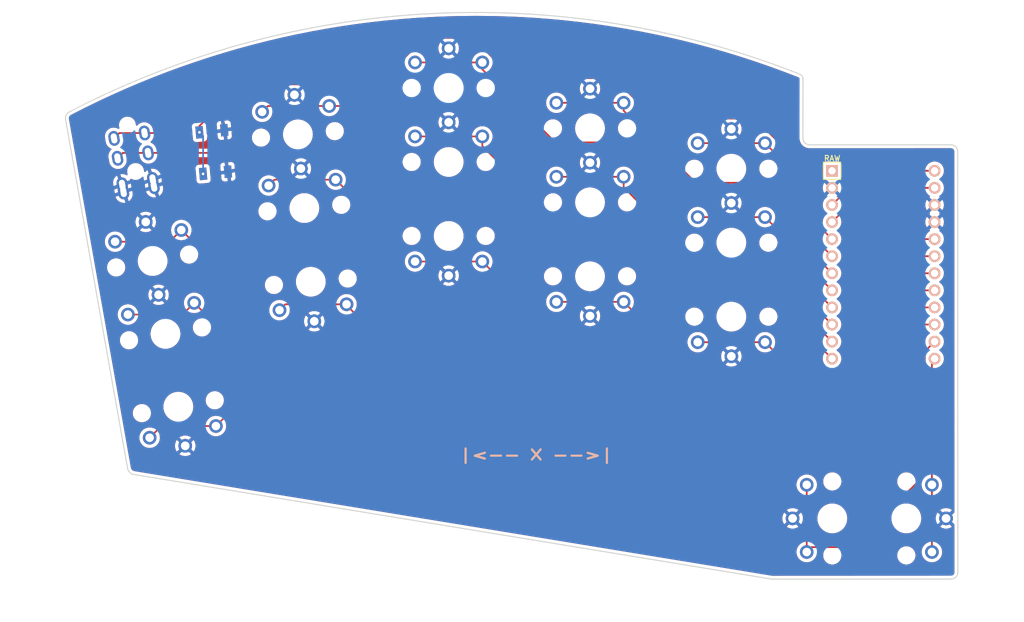
<source format=kicad_pcb>
(kicad_pcb (version 20221231) (generator pcbnew)
  (title_block (title "shoggotwide") (rev "v1.0.0") (company "Unknown"))
  (layers (0 "F.Cu" signal) (31 "B.Cu" signal) (34 "B.Paste" user) (35 "F.Paste" user) (36 "B.SilkS" user "B.Silkscreen") (37 "F.SilkS" user "F.Silkscreen") (38 "B.Mask" user) (39 "F.Mask" user) (44 "Edge.Cuts" user))
  (net 0 "")
  (net 1 "P1")
  (net 2 "GND")
  (net 3 "P8")
  (net 4 "P2")
  (net 5 "P3")
  (net 6 "P4")
  (net 7 "P5")
  (net 8 "P6")
  (net 9 "P7")
  (net 10 "P10")
  (net 11 "P9")
  (net 12 "RAW")
  (net 13 "RST")
  (net 14 "VCC")
  (net 15 "P21")
  (net 16 "P20")
  (net 17 "P19")
  (net 18 "P18")
  (net 19 "P15")
  (net 20 "P14")
  (net 21 "P16")
  (net 22 "P0")
  (footprint "E73:SW_TACT_ALPS_SKQGABE010" (layer "F.Cu") (at 163.576 102.87 95)
    (fp_text reference "B1" hide)
    (fp_text value "" hide)
    (pad "1" smd rect (at -3.1 -1.85 95) (size 1.8 1.1) (layers "F.Cu" "F.Paste" "F.Mask") (net 13 "RST"))
    (pad "1" smd rect (at 3.1 -1.85 95) (size 1.8 1.1) (layers "F.Cu" "F.Paste" "F.Mask") (net 13 "RST"))
    (pad "2" smd rect (at -3.1 1.85 95) (size 1.8 1.1) (layers "F.Cu" "F.Paste" "F.Mask") (net 2 "GND"))
    (pad "2" smd rect (at 3.1 1.85 95) (size 1.8 1.1) (layers "F.Cu" "F.Paste" "F.Mask") (net 2 "GND"))
  )
  (footprint "PG1350" (layer "F.Cu") (at 219.49 99.35)
    (fp_text reference "S12" hide)
    (fp_text value "" hide)
    (pad "" np_thru_hole circle locked (at -5.5 0) (size 1.7018 1.7018) (drill 1.7018) (layers *.Cu *.Mask))
    (pad "" np_thru_hole circle locked (at 0 0) (size 3.429 3.429) (drill 3.429) (layers *.Cu *.Mask))
    (pad "" np_thru_hole circle locked (at 5.5 0) (size 1.7018 1.7018) (drill 1.7018) (layers *.Cu *.Mask))
    (pad "1" thru_hole circle locked (at -5 -3.8) (size 2.032 2.032) (drill 1.27) (layers *.Cu *.Mask) (net 16 "P20"))
    (pad "1" thru_hole circle locked (at 5 -3.8) (size 2.032 2.032) (drill 1.27) (layers *.Cu *.Mask) (net 16 "P20"))
    (pad "2" thru_hole circle locked (at 0 -5.9) (size 2.032 2.032) (drill 1.27) (layers *.Cu *.Mask) (net 2 "GND"))
    (pad "2" thru_hole circle locked (at 0 -5.9) (size 2.032 2.032) (drill 1.27) (layers *.Cu *.Mask) (net 2 "GND"))
  )
  (footprint "PG1350" (layer "F.Cu") (at 240.49 127.35 180)
    (fp_text reference "S13" hide)
    (fp_text value "" hide)
    (pad "" np_thru_hole circle locked (at -5.5 0) (size 1.7018 1.7018) (drill 1.7018) (layers *.Cu *.Mask))
    (pad "" np_thru_hole circle locked (at 0 0) (size 3.429 3.429) (drill 3.429) (layers *.Cu *.Mask))
    (pad "" np_thru_hole circle locked (at 5.5 0) (size 1.7018 1.7018) (drill 1.7018) (layers *.Cu *.Mask))
    (pad "1" thru_hole circle locked (at -5 -3.8) (size 2.032 2.032) (drill 1.27) (layers *.Cu *.Mask) (net 1 "P1"))
    (pad "1" thru_hole circle locked (at 5 -3.8) (size 2.032 2.032) (drill 1.27) (layers *.Cu *.Mask) (net 1 "P1"))
    (pad "2" thru_hole circle locked (at 0 -5.9) (size 2.032 2.032) (drill 1.27) (layers *.Cu *.Mask) (net 2 "GND"))
    (pad "2" thru_hole circle locked (at 0 -5.9) (size 2.032 2.032) (drill 1.27) (layers *.Cu *.Mask) (net 2 "GND"))
  )
  (footprint "E73:SW_TACT_ALPS_SKQGABE010" (layer "F.Cu") (at 163.576 102.87 95)
    (fp_text reference "B2" hide)
    (fp_text value "" hide)
    (pad "1" smd rect (at -3.1 -1.85 95) (size 1.8 1.1) (layers "B.Cu" "B.Paste" "B.Mask") (net 13 "RST"))
    (pad "1" smd rect (at 3.1 -1.85 95) (size 1.8 1.1) (layers "B.Cu" "B.Paste" "B.Mask") (net 13 "RST"))
    (pad "2" smd rect (at -3.1 1.85 95) (size 1.8 1.1) (layers "B.Cu" "B.Paste" "B.Mask") (net 2 "GND"))
    (pad "2" smd rect (at 3.1 1.85 95) (size 1.8 1.1) (layers "B.Cu" "B.Paste" "B.Mask") (net 2 "GND"))
  )
  (footprint "PG1350" (layer "F.Cu") (at 198.49 115.35 180)
    (fp_text reference "S7" hide)
    (fp_text value "" hide)
    (pad "" np_thru_hole circle locked (at -5.5 0) (size 1.7018 1.7018) (drill 1.7018) (layers *.Cu *.Mask))
    (pad "" np_thru_hole circle locked (at 0 0) (size 3.429 3.429) (drill 3.429) (layers *.Cu *.Mask))
    (pad "" np_thru_hole circle locked (at 5.5 0) (size 1.7018 1.7018) (drill 1.7018) (layers *.Cu *.Mask))
    (pad "1" thru_hole circle locked (at -5 -3.8) (size 2.032 2.032) (drill 1.27) (layers *.Cu *.Mask) (net 4 "P2"))
    (pad "1" thru_hole circle locked (at 5 -3.8) (size 2.032 2.032) (drill 1.27) (layers *.Cu *.Mask) (net 4 "P2"))
    (pad "2" thru_hole circle locked (at 0 -5.9) (size 2.032 2.032) (drill 1.27) (layers *.Cu *.Mask) (net 2 "GND"))
    (pad "2" thru_hole circle locked (at 0 -5.9) (size 2.032 2.032) (drill 1.27) (layers *.Cu *.Mask) (net 2 "GND"))
  )
  (footprint "PG1350" (layer "F.Cu") (at 156.412969 129.910337 10)
    (fp_text reference "S2" hide)
    (fp_text value "" hide)
    (pad "" np_thru_hole circle locked (at -5.5 0) (size 1.7018 1.7018) (drill 1.7018) (layers *.Cu *.Mask))
    (pad "" np_thru_hole circle locked (at 0 0) (size 3.429 3.429) (drill 3.429) (layers *.Cu *.Mask))
    (pad "" np_thru_hole circle locked (at 5.5 0) (size 1.7018 1.7018) (drill 1.7018) (layers *.Cu *.Mask))
    (pad "1" thru_hole circle locked (at -5 -3.8) (size 2.032 2.032) (drill 1.27) (layers *.Cu *.Mask) (net 8 "P6"))
    (pad "1" thru_hole circle locked (at 5 -3.8) (size 2.032 2.032) (drill 1.27) (layers *.Cu *.Mask) (net 8 "P6"))
    (pad "2" thru_hole circle locked (at 0 -5.9) (size 2.032 2.032) (drill 1.27) (layers *.Cu *.Mask) (net 2 "GND"))
    (pad "2" thru_hole circle locked (at 0 -5.9) (size 2.032 2.032) (drill 1.27) (layers *.Cu *.Mask) (net 2 "GND"))
  )
  (footprint "PG1350" (layer "F.Cu") (at 154.502839 119.077452 10)
    (fp_text reference "S3" hide)
    (fp_text value "" hide)
    (pad "" np_thru_hole circle locked (at -5.5 0) (size 1.7018 1.7018) (drill 1.7018) (layers *.Cu *.Mask))
    (pad "" np_thru_hole circle locked (at 0 0) (size 3.429 3.429) (drill 3.429) (layers *.Cu *.Mask))
    (pad "" np_thru_hole circle locked (at 5.5 0) (size 1.7018 1.7018) (drill 1.7018) (layers *.Cu *.Mask))
    (pad "1" thru_hole circle locked (at -5 -3.8) (size 2.032 2.032) (drill 1.27) (layers *.Cu *.Mask) (net 7 "P5"))
    (pad "1" thru_hole circle locked (at 5 -3.8) (size 2.032 2.032) (drill 1.27) (layers *.Cu *.Mask) (net 7 "P5"))
    (pad "2" thru_hole circle locked (at 0 -5.9) (size 2.032 2.032) (drill 1.27) (layers *.Cu *.Mask) (net 2 "GND"))
    (pad "2" thru_hole circle locked (at 0 -5.9) (size 2.032 2.032) (drill 1.27) (layers *.Cu *.Mask) (net 2 "GND"))
  )
  (footprint "PG1350" (layer "F.Cu") (at 219.49 110.35)
    (fp_text reference "S11" hide)
    (fp_text value "" hide)
    (pad "" np_thru_hole circle locked (at -5.5 0) (size 1.7018 1.7018) (drill 1.7018) (layers *.Cu *.Mask))
    (pad "" np_thru_hole circle locked (at 0 0) (size 3.429 3.429) (drill 3.429) (layers *.Cu *.Mask))
    (pad "" np_thru_hole circle locked (at 5.5 0) (size 1.7018 1.7018) (drill 1.7018) (layers *.Cu *.Mask))
    (pad "1" thru_hole circle locked (at -5 -3.8) (size 2.032 2.032) (drill 1.27) (layers *.Cu *.Mask) (net 21 "P16"))
    (pad "1" thru_hole circle locked (at 5 -3.8) (size 2.032 2.032) (drill 1.27) (layers *.Cu *.Mask) (net 21 "P16"))
    (pad "2" thru_hole circle locked (at 0 -5.9) (size 2.032 2.032) (drill 1.27) (layers *.Cu *.Mask) (net 2 "GND"))
    (pad "2" thru_hole circle locked (at 0 -5.9) (size 2.032 2.032) (drill 1.27) (layers *.Cu *.Mask) (net 2 "GND"))
  )
  (footprint "PG1350" (layer "F.Cu") (at 158.323099 140.743222 -170)
    (fp_text reference "S1" hide)
    (fp_text value "" hide)
    (pad "" np_thru_hole circle locked (at -5.5 0) (size 1.7018 1.7018) (drill 1.7018) (layers *.Cu *.Mask))
    (pad "" np_thru_hole circle locked (at 0 0) (size 3.429 3.429) (drill 3.429) (layers *.Cu *.Mask))
    (pad "" np_thru_hole circle locked (at 5.5 0) (size 1.7018 1.7018) (drill 1.7018) (layers *.Cu *.Mask))
    (pad "1" thru_hole circle locked (at -5 -3.8) (size 2.032 2.032) (drill 1.27) (layers *.Cu *.Mask) (net 9 "P7"))
    (pad "1" thru_hole circle locked (at 5 -3.8) (size 2.032 2.032) (drill 1.27) (layers *.Cu *.Mask) (net 9 "P7"))
    (pad "2" thru_hole circle locked (at 0 -5.9) (size 2.032 2.032) (drill 1.27) (layers *.Cu *.Mask) (net 2 "GND"))
    (pad "2" thru_hole circle locked (at 0 -5.9) (size 2.032 2.032) (drill 1.27) (layers *.Cu *.Mask) (net 2 "GND"))
  )
  (footprint "PG1350" (layer "F.Cu") (at 176.088264 100.24496 5)
    (fp_text reference "S6" hide)
    (fp_text value "" hide)
    (pad "" np_thru_hole circle locked (at -5.5 0) (size 1.7018 1.7018) (drill 1.7018) (layers *.Cu *.Mask))
    (pad "" np_thru_hole circle locked (at 0 0) (size 3.429 3.429) (drill 3.429) (layers *.Cu *.Mask))
    (pad "" np_thru_hole circle locked (at 5.5 0) (size 1.7018 1.7018) (drill 1.7018) (layers *.Cu *.Mask))
    (pad "1" thru_hole circle locked (at -5 -3.8) (size 2.032 2.032) (drill 1.27) (layers *.Cu *.Mask) (net 18 "P18"))
    (pad "1" thru_hole circle locked (at 5 -3.8) (size 2.032 2.032) (drill 1.27) (layers *.Cu *.Mask) (net 18 "P18"))
    (pad "2" thru_hole circle locked (at 0 -5.9) (size 2.032 2.032) (drill 1.27) (layers *.Cu *.Mask) (net 2 "GND"))
    (pad "2" thru_hole circle locked (at 0 -5.9) (size 2.032 2.032) (drill 1.27) (layers *.Cu *.Mask) (net 2 "GND"))
  )
  (footprint "PG1350" (layer "F.Cu") (at 178.00569 122.161244 -175)
    (fp_text reference "S4" hide)
    (fp_text value "" hide)
    (pad "" np_thru_hole circle locked (at -5.5 0) (size 1.7018 1.7018) (drill 1.7018) (layers *.Cu *.Mask))
    (pad "" np_thru_hole circle locked (at 0 0) (size 3.429 3.429) (drill 3.429) (layers *.Cu *.Mask))
    (pad "" np_thru_hole circle locked (at 5.5 0) (size 1.7018 1.7018) (drill 1.7018) (layers *.Cu *.Mask))
    (pad "1" thru_hole circle locked (at -5 -3.8) (size 2.032 2.032) (drill 1.27) (layers *.Cu *.Mask) (net 6 "P4"))
    (pad "1" thru_hole circle locked (at 5 -3.8) (size 2.032 2.032) (drill 1.27) (layers *.Cu *.Mask) (net 6 "P4"))
    (pad "2" thru_hole circle locked (at 0 -5.9) (size 2.032 2.032) (drill 1.27) (layers *.Cu *.Mask) (net 2 "GND"))
    (pad "2" thru_hole circle locked (at 0 -5.9) (size 2.032 2.032) (drill 1.27) (layers *.Cu *.Mask) (net 2 "GND"))
  )
  (footprint "ProMicro" (layer "F.Cu") (at 263.07 119.63 -90)
    (fp_text reference "MCU1" hide)
    (fp_text value "" hide)
    (fp_text user "RAW" (at -15.8242 7.5946) (layer "F.SilkS") (effects (font (size 0.8 0.8))))
    (fp_line (start -15.24 6.35) (end -15.24 8.89) (stroke (width 0.15)) (layer "F.SilkS"))
    (fp_line (start -15.24 6.35) (end -12.7 6.35) (stroke (width 0.15)) (layer "F.SilkS"))
    (fp_line (start -15.24 8.89) (end -12.7 8.89) (stroke (width 0.15)) (layer "F.SilkS"))
    (fp_line (start -12.7 6.35) (end -12.7 8.89) (stroke (width 0.15)) (layer "F.SilkS"))
    (pad "1" thru_hole rect (at -13.97 7.62 270) (size 1.7526 1.7526) (drill 1.0922) (layers *.Cu *.SilkS *.Mask) (net 12 "RAW"))
    (pad "2" thru_hole circle (at -11.43 7.62) (size 1.7526 1.7526) (drill 1.0922) (layers *.Cu *.SilkS *.Mask) (net 2 "GND"))
    (pad "3" thru_hole circle (at -8.89 7.62) (size 1.7526 1.7526) (drill 1.0922) (layers *.Cu *.SilkS *.Mask) (net 13 "RST"))
    (pad "4" thru_hole circle (at -6.35 7.62) (size 1.7526 1.7526) (drill 1.0922) (layers *.Cu *.SilkS *.Mask) (net 14 "VCC"))
    (pad "5" thru_hole circle (at -3.81 7.62) (size 1.7526 1.7526) (drill 1.0922) (layers *.Cu *.SilkS *.Mask) (net 15 "P21"))
    (pad "6" thru_hole circle (at -1.27 7.62) (size 1.7526 1.7526) (drill 1.0922) (layers *.Cu *.SilkS *.Mask) (net 16 "P20"))
    (pad "7" thru_hole circle (at 1.27 7.62) (size 1.7526 1.7526) (drill 1.0922) (layers *.Cu *.SilkS *.Mask) (net 17 "P19"))
    (pad "8" thru_hole circle (at 3.81 7.62) (size 1.7526 1.7526) (drill 1.0922) (layers *.Cu *.SilkS *.Mask) (net 18 "P18"))
    (pad "9" thru_hole circle (at 6.35 7.62) (size 1.7526 1.7526) (drill 1.0922) (layers *.Cu *.SilkS *.Mask) (net 19 "P15"))
    (pad "10" thru_hole circle (at 8.89 7.62) (size 1.7526 1.7526) (drill 1.0922) (layers *.Cu *.SilkS *.Mask) (net 20 "P14"))
    (pad "11" thru_hole circle (at 11.43 7.62) (size 1.7526 1.7526) (drill 1.0922) (layers *.Cu *.SilkS *.Mask) (net 21 "P16"))
    (pad "12" thru_hole circle (at 13.97 7.62) (size 1.7526 1.7526) (drill 1.0922) (layers *.Cu *.SilkS *.Mask) (net 10 "P10"))
    (pad "13" thru_hole circle (at -13.97 -7.62) (size 1.7526 1.7526) (drill 1.0922) (layers *.Cu *.SilkS *.Mask) (net 1 "P1"))
    (pad "14" thru_hole circle (at -11.43 -7.62) (size 1.7526 1.7526) (drill 1.0922) (layers *.Cu *.SilkS *.Mask) (net 22 "P0"))
    (pad "15" thru_hole circle (at -8.89 -7.62) (size 1.7526 1.7526) (drill 1.0922) (layers *.Cu *.SilkS *.Mask) (net 2 "GND"))
    (pad "16" thru_hole circle (at -6.35 -7.62) (size 1.7526 1.7526) (drill 1.0922) (layers *.Cu *.SilkS *.Mask) (net 2 "GND"))
    (pad "17" thru_hole circle (at -3.81 -7.62) (size 1.7526 1.7526) (drill 1.0922) (layers *.Cu *.SilkS *.Mask) (net 4 "P2"))
    (pad "18" thru_hole circle (at -1.27 -7.62) (size 1.7526 1.7526) (drill 1.0922) (layers *.Cu *.SilkS *.Mask) (net 5 "P3"))
    (pad "19" thru_hole circle (at 1.27 -7.62) (size 1.7526 1.7526) (drill 1.0922) (layers *.Cu *.SilkS *.Mask) (net 6 "P4"))
    (pad "20" thru_hole circle (at 3.81 -7.62) (size 1.7526 1.7526) (drill 1.0922) (layers *.Cu *.SilkS *.Mask) (net 7 "P5"))
    (pad "21" thru_hole circle (at 6.35 -7.62) (size 1.7526 1.7526) (drill 1.0922) (layers *.Cu *.SilkS *.Mask) (net 8 "P6"))
    (pad "22" thru_hole circle (at 8.89 -7.62) (size 1.7526 1.7526) (drill 1.0922) (layers *.Cu *.SilkS *.Mask) (net 9 "P7"))
    (pad "23" thru_hole circle (at 11.43 -7.62) (size 1.7526 1.7526) (drill 1.0922) (layers *.Cu *.SilkS *.Mask) (net 3 "P8"))
    (pad "24" thru_hole circle (at 13.97 -7.62) (size 1.7526 1.7526) (drill 1.0922) (layers *.Cu *.SilkS *.Mask) (net 11 "P9"))
  )
  (footprint "PG1350" (layer "F.Cu") (at 198.49 93.35)
    (fp_text reference "S9" hide)
    (fp_text value "" hide)
    (pad "" np_thru_hole circle locked (at -5.5 0) (size 1.7018 1.7018) (drill 1.7018) (layers *.Cu *.Mask))
    (pad "" np_thru_hole circle locked (at 0 0) (size 3.429 3.429) (drill 3.429) (layers *.Cu *.Mask))
    (pad "" np_thru_hole circle locked (at 5.5 0) (size 1.7018 1.7018) (drill 1.7018) (layers *.Cu *.Mask))
    (pad "1" thru_hole circle locked (at -5 -3.8) (size 2.032 2.032) (drill 1.27) (layers *.Cu *.Mask) (net 17 "P19"))
    (pad "1" thru_hole circle locked (at 5 -3.8) (size 2.032 2.032) (drill 1.27) (layers *.Cu *.Mask) (net 17 "P19"))
    (pad "2" thru_hole circle locked (at 0 -5.9) (size 2.032 2.032) (drill 1.27) (layers *.Cu *.Mask) (net 2 "GND"))
    (pad "2" thru_hole circle locked (at 0 -5.9) (size 2.032 2.032) (drill 1.27) (layers *.Cu *.Mask) (net 2 "GND"))
  )
  (footprint "PG1350" (layer "F.Cu") (at 219.49 121.35 180)
    (fp_text reference "S10" hide)
    (fp_text value "" hide)
    (pad "" np_thru_hole circle locked (at -5.5 0) (size 1.7018 1.7018) (drill 1.7018) (layers *.Cu *.Mask))
    (pad "" np_thru_hole circle locked (at 0 0) (size 3.429 3.429) (drill 3.429) (layers *.Cu *.Mask))
    (pad "" np_thru_hole circle locked (at 5.5 0) (size 1.7018 1.7018) (drill 1.7018) (layers *.Cu *.Mask))
    (pad "1" thru_hole circle locked (at -5 -3.8) (size 2.032 2.032) (drill 1.27) (layers *.Cu *.Mask) (net 22 "P0"))
    (pad "1" thru_hole circle locked (at 5 -3.8) (size 2.032 2.032) (drill 1.27) (layers *.Cu *.Mask) (net 22 "P0"))
    (pad "2" thru_hole circle locked (at 0 -5.9) (size 2.032 2.032) (drill 1.27) (layers *.Cu *.Mask) (net 2 "GND"))
    (pad "2" thru_hole circle locked (at 0 -5.9) (size 2.032 2.032) (drill 1.27) (layers *.Cu *.Mask) (net 2 "GND"))
  )
  (footprint "PG1350" (layer "F.Cu") (at 240.49 105.35)
    (fp_text reference "S15" hide)
    (fp_text value "" hide)
    (pad "" np_thru_hole circle locked (at -5.5 0) (size 1.7018 1.7018) (drill 1.7018) (layers *.Cu *.Mask))
    (pad "" np_thru_hole circle locked (at 0 0) (size 3.429 3.429) (drill 3.429) (layers *.Cu *.Mask))
    (pad "" np_thru_hole circle locked (at 5.5 0) (size 1.7018 1.7018) (drill 1.7018) (layers *.Cu *.Mask))
    (pad "1" thru_hole circle locked (at -5 -3.8) (size 2.032 2.032) (drill 1.27) (layers *.Cu *.Mask) (net 15 "P21"))
    (pad "1" thru_hole circle locked (at 5 -3.8) (size 2.032 2.032) (drill 1.27) (layers *.Cu *.Mask) (net 15 "P21"))
    (pad "2" thru_hole circle locked (at 0 -5.9) (size 2.032 2.032) (drill 1.27) (layers *.Cu *.Mask) (net 2 "GND"))
    (pad "2" thru_hole circle locked (at 0 -5.9) (size 2.032 2.032) (drill 1.27) (layers *.Cu *.Mask) (net 2 "GND"))
  )
  (footprint "PG1350" (layer "F.Cu") (at 266.49 157.35 -90)
    (fp_text reference "S17" hide)
    (fp_text value "" hide)
    (pad "" np_thru_hole circle locked (at -5.5 0) (size 1.7018 1.7018) (drill 1.7018) (layers *.Cu *.Mask))
    (pad "" np_thru_hole circle locked (at 0 0) (size 3.429 3.429) (drill 3.429) (layers *.Cu *.Mask))
    (pad "" np_thru_hole circle locked (at 5.5 0) (size 1.7018 1.7018) (drill 1.7018) (layers *.Cu *.Mask))
    (pad "1" thru_hole circle locked (at -5 -3.8) (size 2.032 2.032) (drill 1.27) (layers *.Cu *.Mask) (net 11 "P9"))
    (pad "1" thru_hole circle locked (at 5 -3.8) (size 2.032 2.032) (drill 1.27) (layers *.Cu *.Mask) (net 11 "P9"))
    (pad "2" thru_hole circle locked (at 0 -5.9) (size 2.032 2.032) (drill 1.27) (layers *.Cu *.Mask) (net 2 "GND"))
    (pad "2" thru_hole circle locked (at 0 -5.9) (size 2.032 2.032) (drill 1.27) (layers *.Cu *.Mask) (net 2 "GND"))
  )
  (footprint "PG1350" (layer "F.Cu") (at 255.49 157.35 90)
    (fp_text reference "S16" hide)
    (fp_text value "" hide)
    (pad "" np_thru_hole circle locked (at -5.5 0) (size 1.7018 1.7018) (drill 1.7018) (layers *.Cu *.Mask))
    (pad "" np_thru_hole circle locked (at 0 0) (size 3.429 3.429) (drill 3.429) (layers *.Cu *.Mask))
    (pad "" np_thru_hole circle locked (at 5.5 0) (size 1.7018 1.7018) (drill 1.7018) (layers *.Cu *.Mask))
    (pad "1" thru_hole circle locked (at -5 -3.8) (size 2.032 2.032) (drill 1.27) (layers *.Cu *.Mask) (net 3 "P8"))
    (pad "1" thru_hole circle locked (at 5 -3.8) (size 2.032 2.032) (drill 1.27) (layers *.Cu *.Mask) (net 3 "P8"))
    (pad "2" thru_hole circle locked (at 0 -5.9) (size 2.032 2.032) (drill 1.27) (layers *.Cu *.Mask) (net 2 "GND"))
    (pad "2" thru_hole circle locked (at 0 -5.9) (size 2.032 2.032) (drill 1.27) (layers *.Cu *.Mask) (net 2 "GND"))
  )
  (footprint "PG1350" (layer "F.Cu") (at 177.046977 111.203102 5)
    (fp_text reference "S5" hide)
    (fp_text value "" hide)
    (pad "" np_thru_hole circle locked (at -5.5 0) (size 1.7018 1.7018) (drill 1.7018) (layers *.Cu *.Mask))
    (pad "" np_thru_hole circle locked (at 0 0) (size 3.429 3.429) (drill 3.429) (layers *.Cu *.Mask))
    (pad "" np_thru_hole circle locked (at 5.5 0) (size 1.7018 1.7018) (drill 1.7018) (layers *.Cu *.Mask))
    (pad "1" thru_hole circle locked (at -5 -3.8) (size 2.032 2.032) (drill 1.27) (layers *.Cu *.Mask) (net 5 "P3"))
    (pad "1" thru_hole circle locked (at 5 -3.8) (size 2.032 2.032) (drill 1.27) (layers *.Cu *.Mask) (net 5 "P3"))
    (pad "2" thru_hole circle locked (at 0 -5.9) (size 2.032 2.032) (drill 1.27) (layers *.Cu *.Mask) (net 2 "GND"))
    (pad "2" thru_hole circle locked (at 0 -5.9) (size 2.032 2.032) (drill 1.27) (layers *.Cu *.Mask) (net 2 "GND"))
  )
  (footprint "PG1350" (layer "F.Cu") (at 198.49 104.35)
    (fp_text reference "S8" hide)
    (fp_text value "" hide)
    (pad "" np_thru_hole circle locked (at -5.5 0) (size 1.7018 1.7018) (drill 1.7018) (layers *.Cu *.Mask))
    (pad "" np_thru_hole circle locked (at 0 0) (size 3.429 3.429) (drill 3.429) (layers *.Cu *.Mask))
    (pad "" np_thru_hole circle locked (at 5.5 0) (size 1.7018 1.7018) (drill 1.7018) (layers *.Cu *.Mask))
    (pad "1" thru_hole circle locked (at -5 -3.8) (size 2.032 2.032) (drill 1.27) (layers *.Cu *.Mask) (net 10 "P10"))
    (pad "1" thru_hole circle locked (at 5 -3.8) (size 2.032 2.032) (drill 1.27) (layers *.Cu *.Mask) (net 10 "P10"))
    (pad "2" thru_hole circle locked (at 0 -5.9) (size 2.032 2.032) (drill 1.27) (layers *.Cu *.Mask) (net 2 "GND"))
    (pad "2" thru_hole circle locked (at 0 -5.9) (size 2.032 2.032) (drill 1.27) (layers *.Cu *.Mask) (net 2 "GND"))
  )
  (footprint "PG1350" (layer "F.Cu") (at 240.49 116.35)
    (fp_text reference "S14" hide)
    (fp_text value "" hide)
    (pad "" np_thru_hole circle locked (at -5.5 0) (size 1.7018 1.7018) (drill 1.7018) (layers *.Cu *.Mask))
    (pad "" np_thru_hole circle locked (at 0 0) (size 3.429 3.429) (drill 3.429) (layers *.Cu *.Mask))
    (pad "" np_thru_hole circle locked (at 5.5 0) (size 1.7018 1.7018) (drill 1.7018) (layers *.Cu *.Mask))
    (pad "1" thru_hole circle locked (at -5 -3.8) (size 2.032 2.032) (drill 1.27) (layers *.Cu *.Mask) (net 20 "P14"))
    (pad "1" thru_hole circle locked (at 5 -3.8) (size 2.032 2.032) (drill 1.27) (layers *.Cu *.Mask) (net 20 "P14"))
    (pad "2" thru_hole circle locked (at 0 -5.9) (size 2.032 2.032) (drill 1.27) (layers *.Cu *.Mask) (net 2 "GND"))
    (pad "2" thru_hole circle locked (at 0 -5.9) (size 2.032 2.032) (drill 1.27) (layers *.Cu *.Mask) (net 2 "GND"))
  )
  (footprint "TRRS-PJ-320A-dual" (layer "F.Cu") (at 152.745034 96.894445 10)
    (fp_text reference "REF**")
    (fp_text value "TRRS-PJ-320A-dual")
    (pad "" np_thru_hole circle locked (at -2.3 1.6) (size 1.5 1.5) (drill 1.5) (layers *.Cu *.Mask))
    (pad "" np_thru_hole circle locked (at -2.3 8.6) (size 1.5 1.5) (drill 1.5) (layers *.Cu *.Mask))
    (pad "1" thru_hole oval locked (at -4.6 11.3 10) (size 1.6 2.2) (drill oval 0.9 1.5) (layers *.Cu *.Mask) (net 2 "GND"))
    (pad "1" thru_hole oval locked (at 0 11.3 10) (size 1.6 2.2) (drill oval 0.9 1.5) (layers *.Cu *.Mask) (net 2 "GND"))
    (pad "2" thru_hole oval locked (at -4.6 10.2 10) (size 1.6 2.2) (drill oval 0.9 1.5) (layers *.Cu *.Mask) (net 2 "GND"))
    (pad "2" thru_hole oval locked (at 0 10.2 10) (size 1.6 2.2) (drill oval 0.9 1.5) (layers *.Cu *.Mask) (net 2 "GND"))
    (pad "3" thru_hole oval locked (at -4.6 6.2 10) (size 1.6 2.2) (drill oval 0.9 1.5) (layers *.Cu *.Mask) (net 19 "P15"))
    (pad "3" thru_hole oval locked (at 0 6.2 10) (size 1.6 2.2) (drill oval 0.9 1.5) (layers *.Cu *.Mask) (net 19 "P15"))
    (pad "4" thru_hole oval locked (at -4.6 3.2 10) (size 1.6 2.2) (drill oval 0.9 1.5) (layers *.Cu *.Mask) (net 14 "VCC"))
    (pad "4" thru_hole oval locked (at 0 3.2 10) (size 1.6 2.2) (drill oval 0.9 1.5) (layers *.Cu *.Mask) (net 14 "VCC"))
  )
  (gr_line (start 141.563502 98.01) (end 150.767107 149.82921) (stroke (width 0.15)) (layer "Edge.Cuts"))
  (gr_arc (start 274.142893 165.37) (mid 273.85 166.077107) (end 273.142893 166.37) (stroke (width 0.15)) (layer "Edge.Cuts"))
  (gr_arc (start 151.767107 150.82921) (mid 151.096317 150.5) (end 150.767107 149.82921) (stroke (width 0.15)) (layer "Edge.Cuts"))
  (gr_line (start 274.142893 165.37) (end 274.122893 102.797107) (stroke (width 0.15)) (layer "Edge.Cuts"))
  (gr_line (start 246.488961 166.382024) (end 151.767107 150.82921) (stroke (width 0.15)) (layer "Edge.Cuts"))
  (gr_arc (start 252.12 101.8) (mid 251.412893 101.507107) (end 251.12 100.8) (stroke (width 0.15)) (layer "Edge.Cuts"))
  (gr_arc (start 142.17 96.88) (mid 195.770425 82.294223) (end 250.59 91.27) (stroke (width 0.15)) (layer "Edge.Cuts"))
  (gr_arc (start 273.122893 101.797107) (mid 273.83 102.09) (end 274.122893 102.797107) (stroke (width 0.15)) (layer "Edge.Cuts"))
  (gr_line (start 273.122893 101.797107) (end 252.12 101.8) (stroke (width 0.15)) (layer "Edge.Cuts"))
  (gr_line (start 246.488961 166.382024) (end 273.142893 166.37) (stroke (width 0.15)) (layer "Edge.Cuts"))
  (gr_line (start 251.12 100.8) (end 251.13 91.98) (stroke (width 0.15)) (layer "Edge.Cuts"))
  (gr_arc (start 141.563502 98.01) (mid 141.68081 97.345201) (end 142.17 96.88) (stroke (width 0.15)) (layer "Edge.Cuts"))
  (gr_arc (start 250.59 91.27) (mid 250.975953 91.53681) (end 251.13 91.98) (stroke (width 0.15)) (layer "Edge.Cuts"))
  (gr_text "|<-- X -->|" (at 211.51 147.9) (layer "B.SilkS") (effects (font (size 1.5 1.934) (thickness 0.3))))
  (gr_text "|<-- X -->|" (at 211.5 147.92) (layer "F.SilkS") (effects (font (size 1.5 1.934) (thickness 0.3))))
  (segment (start 235.49 131.15) (end 245.49 131.15) (width 0.25) (layer "F.Cu") (net 1))
  (segment (start 257.302 135.382) (end 259.842 132.842) (width 0.25) (layer "F.Cu") (net 1))
  (segment (start 245.49 131.15) (end 249.722 135.382) (width 0.25) (layer "F.Cu") (net 1))
  (segment (start 259.842 110.236) (end 264.418 105.66) (width 0.25) (layer "F.Cu") (net 1))
  (segment (start 264.418 105.66) (end 270.69 105.66) (width 0.25) (layer "F.Cu") (net 1))
  (segment (start 249.722 135.382) (end 257.302 135.382) (width 0.25) (layer "F.Cu") (net 1))
  (segment (start 259.842 132.842) (end 259.842 110.236) (width 0.25) (layer "F.Cu") (net 1))
  (segment (start 251.69 162.35) (end 251.69 152.35) (width 0.25) (layer "F.Cu") (net 3))
  (segment (start 270.69 131.06) (end 269.24 132.51) (width 0.25) (layer "F.Cu") (net 3))
  (segment (start 258.491421 161.624579) (end 252.415421 161.624579) (width 0.25) (layer "F.Cu") (net 3))
  (segment (start 252.415421 161.624579) (end 251.69 162.35) (width 0.25) (layer "F.Cu") (net 3))
  (segment (start 267.081 153.035) (end 266.954 153.162) (width 0.25) (layer "F.Cu") (net 3))
  (segment (start 269.24 132.51) (end 269.24 150.876) (width 0.25) (layer "F.Cu") (net 3))
  (segment (start 269.24 150.876) (end 267.081 153.035) (width 0.25) (layer "F.Cu") (net 3))
  (segment (start 267.081 153.035) (end 258.491421 161.624579) (width 0.25) (layer "F.Cu") (net 3))
  (segment (start 203.49 119.15) (end 193.49 119.15) (width 0.25) (layer "F.Cu") (net 4))
  (segment (start 220.62104 136.28104) (end 203.49 119.15) (width 0.25) (layer "F.Cu") (net 4))
  (segment (start 260.74104 133.214394) (end 257.674394 136.28104) (width 0.25) (layer "F.Cu") (net 4))
  (segment (start 257.674394 136.28104) (end 220.62104 136.28104) (width 0.25) (layer "F.Cu") (net 4))
  (segment (start 266.196 115.82) (end 260.74104 121.27496) (width 0.25) (layer "F.Cu") (net 4))
  (segment (start 260.74104 121.27496) (end 260.74104 133.214394) (width 0.25) (layer "F.Cu") (net 4))
  (segment (start 270.69 115.82) (end 266.196 115.82) (width 0.25) (layer "F.Cu") (net 4))
  (segment (start 261.19056 121.461158) (end 261.19056 133.400592) (width 0.25) (layer "F.Cu") (net 5))
  (segment (start 270.69 118.36) (end 264.291718 118.36) (width 0.25) (layer "F.Cu") (net 5))
  (segment (start 172.60637 106.981783) (end 171.734812 107.853341) (width 0.25) (layer "F.Cu") (net 5))
  (segment (start 187.598488 117.240488) (end 187.598488 112.883512) (width 0.25) (layer "F.Cu") (net 5))
  (segment (start 207.08856 136.73056) (end 187.598488 117.240488) (width 0.25) (layer "F.Cu") (net 5))
  (segment (start 257.860592 136.73056) (end 207.08856 136.73056) (width 0.25) (layer "F.Cu") (net 5))
  (segment (start 261.19056 133.400592) (end 257.860592 136.73056) (width 0.25) (layer "F.Cu") (net 5))
  (segment (start 264.291718 118.36) (end 261.19056 121.461158) (width 0.25) (layer "F.Cu") (net 5))
  (segment (start 181.696759 106.981783) (end 172.60637 106.981783) (width 0.25) (layer "F.Cu") (net 5))
  (segment (start 187.598488 112.883512) (end 181.696759 106.981783) (width 0.25) (layer "F.Cu") (net 5))
  (segment (start 194.83808 137.18008) (end 183.317855 125.659855) (width 0.25) (layer "F.Cu") (net 6))
  (segment (start 183.677005 125.511005) (end 183.317855 125.511005) (width 0.25) (layer "F.Cu") (net 6))
  (segment (start 258.046789 137.18008) (end 194.83808 137.18008) (width 0.25) (layer "F.Cu") (net 6))
  (segment (start 270.69 120.9) (end 264.672 120.9) (width 0.25) (layer "F.Cu") (net 6))
  (segment (start 183.317855 125.511005) (end 174.227466 125.511005) (width 0.25) (layer "F.Cu") (net 6))
  (segment (start 261.64008 133.586789) (end 258.046789 137.18008) (width 0.25) (layer "F.Cu") (net 6))
  (segment (start 183.317855 125.659855) (end 183.317855 125.511005) (width 0.25) (layer "F.Cu") (net 6))
  (segment (start 261.64008 123.93192) (end 261.64008 133.586789) (width 0.25) (layer "F.Cu") (net 6))
  (segment (start 264.672 120.9) (end 261.64008 123.93192) (width 0.25) (layer "F.Cu") (net 6))
  (segment (start 174.227466 125.511005) (end 173.355908 126.382563) (width 0.25) (layer "F.Cu") (net 6))
  (segment (start 262.0896 126.492) (end 262.0896 133.772986) (width 0.25) (layer "F.Cu") (net 7))
  (segment (start 181.929673 137.6296) (end 158.767015 114.466942) (width 0.25) (layer "F.Cu") (net 7))
  (segment (start 270.69 123.44) (end 265.1416 123.44) (width 0.25) (layer "F.Cu") (net 7))
  (segment (start 157.030534 116.203423) (end 158.767015 114.466942) (width 0.25) (layer "F.Cu") (net 7))
  (segment (start 258.232986 137.6296) (end 181.929673 137.6296) (width 0.25) (layer "F.Cu") (net 7))
  (segment (start 265.1416 123.44) (end 262.0896 126.492) (width 0.25) (layer "F.Cu") (net 7))
  (segment (start 148.918937 116.203423) (end 157.030534 116.203423) (width 0.25) (layer "F.Cu") (net 7))
  (segment (start 262.0896 133.772986) (end 258.232986 137.6296) (width 0.25) (layer "F.Cu") (net 7))
  (segment (start 173.456438 138.07912) (end 258.419183 138.07912) (width 0.25) (layer "F.Cu") (net 8))
  (segment (start 160.677145 125.299827) (end 173.456438 138.07912) (width 0.25) (layer "F.Cu") (net 8))
  (segment (start 150.829067 127.036308) (end 158.940664 127.036308) (width 0.25) (layer "F.Cu") (net 8))
  (segment (start 262.53912 130.556) (end 267.11512 125.98) (width 0.25) (layer "F.Cu") (net 8))
  (segment (start 258.419183 138.07912) (end 262.53912 133.959183) (width 0.25) (layer "F.Cu") (net 8))
  (segment (start 262.53912 133.959183) (end 262.53912 130.556) (width 0.25) (layer "F.Cu") (net 8))
  (segment (start 158.940664 127.036308) (end 160.677145 125.299827) (width 0.25) (layer "F.Cu") (net 8))
  (segment (start 267.11512 125.98) (end 270.69 125.98) (width 0.25) (layer "F.Cu") (net 8))
  (segment (start 168.995612 138.52864) (end 258.60538 138.52864) (width 0.25) (layer "F.Cu") (net 9))
  (segment (start 262.98864 134.14538) (end 262.98864 130.742198) (width 0.25) (layer "F.Cu") (net 9))
  (segment (start 155.795404 143.617251) (end 163.907001 143.617251) (width 0.25) (layer "F.Cu") (net 9))
  (segment (start 258.60538 138.52864) (end 262.98864 134.14538) (width 0.25) (layer "F.Cu") (net 9))
  (segment (start 265.210838 128.52) (end 270.69 128.52) (width 0.25) (layer "F.Cu") (net 9))
  (segment (start 163.907001 143.617251) (end 168.995612 138.52864) (width 0.25) (layer "F.Cu") (net 9))
  (segment (start 154.058923 145.353732) (end 155.795404 143.617251) (width 0.25) (layer "F.Cu") (net 9))
  (segment (start 262.98864 130.742198) (end 265.210838 128.52) (width 0.25) (layer "F.Cu") (net 9))
  (segment (start 203.49 100.55) (end 193.49 100.55) (width 0.25) (layer "F.Cu") (net 10))
  (segment (start 203.49 100.55) (end 203.49 101.98684) (width 0.25) (layer "F.Cu") (net 10))
  (segment (start 235.017803 119.280512) (end 241.130512 119.280512) (width 0.25) (layer "F.Cu") (net 10))
  (segment (start 241.130512 119.280512) (end 255.45 133.6) (width 0.25) (layer "F.Cu") (net 10))
  (segment (start 214.27916 112.776) (end 228.51329 112.776) (width 0.25) (layer "F.Cu") (net 10))
  (segment (start 203.49 101.98684) (end 214.27916 112.776) (width 0.25) (layer "F.Cu") (net 10))
  (segment (start 228.51329 112.776) (end 235.017803 119.280512) (width 0.25) (layer "F.Cu") (net 10))
  (segment (start 270.29 134) (end 270.69 133.6) (width 0.25) (layer "F.Cu") (net 11))
  (segment (start 270.29 152.35) (end 270.29 134) (width 0.25) (layer "F.Cu") (net 11))
  (segment (start 270.29 162.35) (end 270.29 152.35) (width 0.25) (layer "F.Cu") (net 11))
  (segment (start 162.003223 100.483401) (end 161.462857 99.943035) (width 0.25) (layer "F.Cu") (net 13))
  (segment (start 257.25 104.35) (end 257.25 108.94) (width 0.25) (layer "F.Cu") (net 13))
  (segment (start 243.99 97.9) (end 250.05 103.96) (width 0.25) (layer "F.Cu") (net 13))
  (segment (start 223.03 91.88) (end 229.05 97.9) (width 0.25) (layer "F.Cu") (net 13))
  (segment (start 256.86 103.96) (end 257.25 104.35) (width 0.25) (layer "F.Cu") (net 13))
  (segment (start 167.64 92.81) (end 187.979999 92.81) (width 0.25) (layer "F.Cu") (net 13))
  (segment (start 250.05 103.96) (end 256.86 103.96) (width 0.25) (layer "F.Cu") (net 13))
  (segment (start 208.05 91.88) (end 223.03 91.88) (width 0.25) (layer "F.Cu") (net 13))
  (segment (start 257.25 108.94) (end 255.45 110.74) (width 0.25) (layer "F.Cu") (net 13))
  (segment (start 161.462857 98.987143) (end 167.64 92.81) (width 0.25) (layer "F.Cu") (net 13))
  (segment (start 229.05 97.9) (end 243.99 97.9) (width 0.25) (layer "F.Cu") (net 13))
  (segment (start 187.979999 92.81) (end 194.89 85.9) (width 0.25) (layer "F.Cu") (net 13))
  (segment (start 202.07 85.9) (end 208.05 91.88) (width 0.25) (layer "F.Cu") (net 13))
  (segment (start 194.89 85.9) (end 202.07 85.9) (width 0.25) (layer "F.Cu") (net 13))
  (segment (start 161.462857 99.943035) (end 161.462857 98.987143) (width 0.25) (layer "F.Cu") (net 13))
  (via (at 162.003223 106.119442) (size 0.8) (drill 0.4) (layers "F.Cu" "B.Cu") (net 13))
  (via (at 161.462857 99.943035) (size 0.8) (drill 0.4) (layers "F.Cu" "B.Cu") (net 13))
  (segment (start 162.003223 106.119442) (end 162.003223 100.483401) (width 0.25) (layer "B.Cu") (net 13))
  (segment (start 162.003223 100.483401) (end 161.462857 99.943035) (width 0.25) (layer "B.Cu") (net 13))
  (segment (start 208.236198 91.43048) (end 223.216197 91.43048) (width 0.25) (layer "F.Cu") (net 14))
  (segment (start 158.521352 100.04583) (end 166.206702 92.36048) (width 0.25) (layer "F.Cu") (net 14))
  (segment (start 194.703803 85.45048) (end 202.256197 85.45048) (width 0.25) (layer "F.Cu") (net 14))
  (segment (start 257.69952 104.163803) (end 257.69952 111.03048) (width 0.25) (layer "F.Cu") (net 14))
  (segment (start 223.216197 91.43048) (end 229.236198 97.45048) (width 0.25) (layer "F.Cu") (net 14))
  (segment (start 153.300708 100.04583) (end 158.521352 100.04583) (width 0.25) (layer "F.Cu") (net 14))
  (segment (start 153.300708 100.04583) (end 149.569374 100.04583) (width 0.25) (layer "F.Cu") (net 14))
  (segment (start 187.793802 92.36048) (end 194.703803 85.45048) (width 0.25) (layer "F.Cu") (net 14))
  (segment (start 149.569374 100.04583) (end 148.770593 100.844611) (width 0.25) (layer "F.Cu") (net 14))
  (segment (start 229.236198 97.45048) (end 244.176197 97.45048) (width 0.25) (layer "F.Cu") (net 14))
  (segment (start 257.69952 111.03048) (end 255.45 113.28) (width 0.25) (layer "F.Cu") (net 14))
  (segment (start 250.236198 103.51048) (end 257.046198 103.51048) (width 0.25) (layer "F.Cu") (net 14))
  (segment (start 166.206702 92.36048) (end 187.793802 92.36048) (width 0.25) (layer "F.Cu") (net 14))
  (segment (start 244.787859 98.062141) (end 250.236198 103.51048) (width 0.25) (layer "F.Cu") (net 14))
  (segment (start 257.046198 103.51048) (end 257.69952 104.163803) (width 0.25) (layer "F.Cu") (net 14))
  (segment (start 244.176197 97.45048) (end 244.787859 98.062141) (width 0.25) (layer "F.Cu") (net 14))
  (segment (start 202.256197 85.45048) (end 208.236198 91.43048) (width 0.25) (layer "F.Cu") (net 14))
  (segment (start 245.49 101.55) (end 252.12 108.18) (width 0.25) (layer "F.Cu") (net 15))
  (segment (start 252.12 108.18) (end 252.12 112.49) (width 0.25) (layer "F.Cu") (net 15))
  (segment (start 252.12 112.49) (end 255.45 115.82) (width 0.25) (layer "F.Cu") (net 15))
  (segment (start 235.49 101.55) (end 245.49 101.55) (width 0.25) (layer "F.Cu") (net 15))
  (segment (start 255.45 118.36) (end 251.67048 114.58048) (width 0.25) (layer "F.Cu") (net 16))
  (segment (start 251.67048 109.68448) (end 249.428 107.442) (width 0.25) (layer "F.Cu") (net 16))
  (segment (start 249.428 107.442) (end 235.204 107.442) (width 0.25) (layer "F.Cu") (net 16))
  (segment (start 251.67048 114.58048) (end 251.67048 109.68448) (width 0.25) (layer "F.Cu") (net 16))
  (segment (start 224.49 95.55) (end 214.49 95.55) (width 0.25) (layer "F.Cu") (net 16))
  (segment (start 235.204 107.442) (end 224.49 96.728) (width 0.25) (layer "F.Cu") (net 16))
  (segment (start 224.49 96.728) (end 224.49 95.55) (width 0.25) (layer "F.Cu") (net 16))
  (segment (start 249.241802 107.89152) (end 235.017803 107.89152) (width 0.25) (layer "F.Cu") (net 17))
  (segment (start 214.346013 101.439021) (end 203.49 90.583008) (width 0.25) (layer "F.Cu") (net 17))
  (segment (start 255.45 120.9) (end 251.22096 116.67096) (width 0.25) (layer "F.Cu") (net 17))
  (segment (start 203.49 89.55) (end 193.49 89.55) (width 0.25) (layer "F.Cu") (net 17))
  (segment (start 228.565305 101.439021) (end 214.346013 101.439021) (width 0.25) (layer "F.Cu") (net 17))
  (segment (start 235.017803 107.89152) (end 228.565305 101.439021) (width 0.25) (layer "F.Cu") (net 17))
  (segment (start 203.49 90.583008) (end 203.49 89.55) (width 0.25) (layer "F.Cu") (net 17))
  (segment (start 251.22096 116.67096) (end 251.22096 109.870678) (width 0.25) (layer "F.Cu") (net 17))
  (segment (start 251.22096 109.870678) (end 249.241802 107.89152) (width 0.25) (layer "F.Cu") (net 17))
  (segment (start 234.831606 108.34104) (end 228.379107 101.888541) (width 0.25) (layer "F.Cu") (net 18))
  (segment (start 180.738046 96.023641) (end 171.647657 96.023641) (width 0.25) (layer "F.Cu") (net 18))
  (segment (start 214.159816 101.888541) (end 208.294916 96.023641) (width 0.25) (layer "F.Cu") (net 18))
  (segment (start 255.45 123.44) (end 250.77144 118.76144) (width 0.25) (layer "F.Cu") (net 18))
  (segment (start 249.055604 108.34104) (end 234.831606 108.34104) (width 0.25) (layer "F.Cu") (net 18))
  (segment (start 171.647657 96.023641) (end 170.776099 96.895199) (width 0.25) (layer "F.Cu") (net 18))
  (segment (start 250.77144 110.056876) (end 249.055604 108.34104) (width 0.25) (layer "F.Cu") (net 18))
  (segment (start 228.379107 101.888541) (end 214.159816 101.888541) (width 0.25) (layer "F.Cu") (net 18))
  (segment (start 250.77144 118.76144) (end 250.77144 110.056876) (width 0.25) (layer "F.Cu") (net 18))
  (segment (start 208.294916 96.023641) (end 180.738046 96.023641) (width 0.25) (layer "F.Cu") (net 18))
  (segment (start 250.32192 120.85192) (end 255.45 125.98) (width 0.25) (layer "F.Cu") (net 19))
  (segment (start 207.979161 96.473161) (end 213.868 102.362) (width 0.25) (layer "F.Cu") (net 19))
  (segment (start 248.869406 108.79056) (end 250.32192 110.243074) (width 0.25) (layer "F.Cu") (net 19))
  (segment (start 153.821653 103.000253) (end 184.480908 103.000253) (width 0.25) (layer "F.Cu") (net 19))
  (segment (start 228.216848 102.362) (end 234.645409 108.79056) (width 0.25) (layer "F.Cu") (net 19))
  (segment (start 234.645409 108.79056) (end 248.869406 108.79056) (width 0.25) (layer "F.Cu") (net 19))
  (segment (start 191.008 96.473161) (end 207.979161 96.473161) (width 0.25) (layer "F.Cu") (net 19))
  (segment (start 250.32192 110.243074) (end 250.32192 120.85192) (width 0.25) (layer "F.Cu") (net 19))
  (segment (start 153.821653 103.000253) (end 150.090319 103.000253) (width 0.25) (layer "F.Cu") (net 19))
  (segment (start 184.480908 103.000253) (end 191.008 96.473161) (width 0.25) (layer "F.Cu") (net 19))
  (segment (start 150.090319 103.000253) (end 149.291537 103.799035) (width 0.25) (layer "F.Cu") (net 19))
  (segment (start 213.868 102.362) (end 228.216848 102.362) (width 0.25) (layer "F.Cu") (net 19))
  (segment (start 245.49 112.55) (end 249.8724 116.9324) (width 0.25) (layer "F.Cu") (net 20))
  (segment (start 249.8724 122.9424) (end 255.45 128.52) (width 0.25) (layer "F.Cu") (net 20))
  (segment (start 249.8724 116.9324) (end 249.8724 122.9424) (width 0.25) (layer "F.Cu") (net 20))
  (segment (start 235.49 112.55) (end 245.49 112.55) (width 0.25) (layer "F.Cu") (net 20))
  (segment (start 235.204 118.830992) (end 243.220992 118.830992) (width 0.25) (layer "F.Cu") (net 21))
  (segment (start 224.49 106.55) (end 214.49 106.55) (width 0.25) (layer "F.Cu") (net 21))
  (segment (start 224.49 106.55) (end 224.49 108.116992) (width 0.25) (layer "F.Cu") (net 21))
  (segment (start 224.49 108.116992) (end 235.204 118.830992) (width 0.25) (layer "F.Cu") (net 21))
  (segment (start 243.220992 118.830992) (end 255.45 131.06) (width 0.25) (layer "F.Cu") (net 21))
  (segment (start 260.29152 110.422198) (end 260.29152 133.028197) (width 0.25) (layer "F.Cu") (net 22))
  (segment (start 262.513718 108.2) (end 260.29152 110.422198) (width 0.25) (layer "F.Cu") (net 22))
  (segment (start 260.29152 133.028197) (end 257.488197 135.83152) (width 0.25) (layer "F.Cu") (net 22))
  (segment (start 257.488197 135.83152) (end 235.17152 135.83152) (width 0.25) (layer "F.Cu") (net 22))
  (segment (start 270.69 108.2) (end 262.513718 108.2) (width 0.25) (layer "F.Cu") (net 22))
  (segment (start 235.17152 135.83152) (end 224.49 125.15) (width 0.25) (layer "F.Cu") (net 22))
  (segment (start 224.49 125.15) (end 214.49 125.15) (width 0.25) (layer "F.Cu") (net 22))
  (zone (net 2) (net_name "GND") (layers F&B.Cu) (connect_pads (clearance 0.508)) (min_thickness 0.254) (fill yes (thermal_gap 0.508) (thermal_bridge_width 0.508))
    (polygon (pts (xy 283.972 172.72) (xy 134.62 170.942) (xy 131.826 80.264) (xy 283.718 80.264)))
  )
)
</source>
